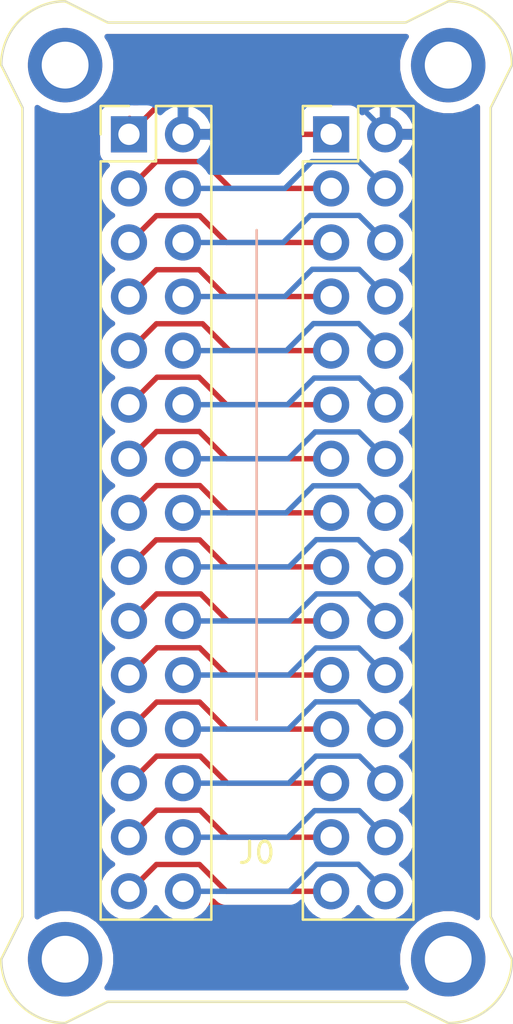
<source format=kicad_pcb>
(kicad_pcb (version 20171130) (host pcbnew "(5.1.6)-1")

  (general
    (thickness 1.6)
    (drawings 16)
    (tracks 124)
    (zones 0)
    (modules 1)
    (nets 31)
  )

  (page A4)
  (layers
    (0 F.Cu signal)
    (31 B.Cu signal)
    (32 B.Adhes user)
    (33 F.Adhes user)
    (34 B.Paste user)
    (35 F.Paste user)
    (36 B.SilkS user)
    (37 F.SilkS user)
    (38 B.Mask user)
    (39 F.Mask user)
    (40 Dwgs.User user)
    (41 Cmts.User user)
    (42 Eco1.User user)
    (43 Eco2.User user)
    (44 Edge.Cuts user)
    (45 Margin user)
    (46 B.CrtYd user)
    (47 F.CrtYd user)
    (48 B.Fab user)
    (49 F.Fab user)
  )

  (setup
    (last_trace_width 0.25)
    (user_trace_width 0.254)
    (trace_clearance 0.2)
    (zone_clearance 0.508)
    (zone_45_only no)
    (trace_min 0.2)
    (via_size 0.8)
    (via_drill 0.4)
    (via_min_size 0.4)
    (via_min_drill 0.3)
    (uvia_size 0.3)
    (uvia_drill 0.1)
    (uvias_allowed no)
    (uvia_min_size 0.2)
    (uvia_min_drill 0.1)
    (edge_width 0.05)
    (segment_width 0.2)
    (pcb_text_width 0.3)
    (pcb_text_size 1.5 1.5)
    (mod_edge_width 0.12)
    (mod_text_size 1 1)
    (mod_text_width 0.15)
    (pad_size 1.524 1.524)
    (pad_drill 0.762)
    (pad_to_mask_clearance 0.05)
    (aux_axis_origin 0 0)
    (visible_elements 7FFFFFFF)
    (pcbplotparams
      (layerselection 0x010fc_ffffffff)
      (usegerberextensions false)
      (usegerberattributes true)
      (usegerberadvancedattributes true)
      (creategerberjobfile true)
      (excludeedgelayer true)
      (linewidth 0.100000)
      (plotframeref false)
      (viasonmask false)
      (mode 1)
      (useauxorigin false)
      (hpglpennumber 1)
      (hpglpenspeed 20)
      (hpglpendiameter 15.000000)
      (psnegative false)
      (psa4output false)
      (plotreference true)
      (plotvalue true)
      (plotinvisibletext false)
      (padsonsilk false)
      (subtractmaskfromsilk false)
      (outputformat 1)
      (mirror false)
      (drillshape 1)
      (scaleselection 1)
      (outputdirectory ""))
  )

  (net 0 "")
  (net 1 VCC)
  (net 2 GND)
  (net 3 SDA)
  (net 4 row1)
  (net 5 RGB)
  (net 6 row3)
  (net 7 row0)
  (net 8 row4)
  (net 9 row2)
  (net 10 SCL)
  (net 11 LED)
  (net 12 row5)
  (net 13 col01)
  (net 14 col06)
  (net 15 col11)
  (net 16 col00)
  (net 17 col08)
  (net 18 col09)
  (net 19 row7)
  (net 20 col10)
  (net 21 rotB)
  (net 22 row6)
  (net 23 col04)
  (net 24 col13)
  (net 25 col03)
  (net 26 rotA)
  (net 27 col12)
  (net 28 col02)
  (net 29 col07)
  (net 30 col05)

  (net_class Default "This is the default net class."
    (clearance 0.2)
    (trace_width 0.25)
    (via_dia 0.8)
    (via_drill 0.4)
    (uvia_dia 0.3)
    (uvia_drill 0.1)
    (add_net GND)
    (add_net LED)
    (add_net RGB)
    (add_net SCL)
    (add_net SDA)
    (add_net VCC)
    (add_net col00)
    (add_net col01)
    (add_net col02)
    (add_net col03)
    (add_net col04)
    (add_net col05)
    (add_net col06)
    (add_net col07)
    (add_net col08)
    (add_net col09)
    (add_net col10)
    (add_net col11)
    (add_net col12)
    (add_net col13)
    (add_net rotA)
    (add_net rotB)
    (add_net row0)
    (add_net row1)
    (add_net row2)
    (add_net row3)
    (add_net row4)
    (add_net row5)
    (add_net row6)
    (add_net row7)
  )

  (module link:bridge_2x15_P2.54mm (layer F.Cu) (tedit 60206C56) (tstamp 60216375)
    (at 131.97 55)
    (path /60210ED7)
    (fp_text reference J0 (at 0 16) (layer F.SilkS)
      (effects (font (size 1 1) (thickness 0.15)))
    )
    (fp_text value Conn_02x15 (at -11 0 90) (layer F.Fab)
      (effects (font (size 1 1) (thickness 0.15)))
    )
    (fp_line (start -7 23) (end -9 24) (layer F.SilkS) (width 0.12))
    (fp_line (start 7 23) (end 9 24) (layer F.SilkS) (width 0.12))
    (fp_line (start -7 23) (end 7 23) (layer F.SilkS) (width 0.12))
    (fp_line (start 11 -19) (end 12 -21) (layer F.SilkS) (width 0.12))
    (fp_line (start 11 19) (end 12 21) (layer F.SilkS) (width 0.12))
    (fp_line (start 11 -19) (end 11 19) (layer F.SilkS) (width 0.12))
    (fp_line (start -12 -21) (end -11 -19) (layer F.SilkS) (width 0.12))
    (fp_line (start -11 19) (end -12 21) (layer F.SilkS) (width 0.12))
    (fp_line (start -11 -19) (end -11 19) (layer F.SilkS) (width 0.12))
    (fp_line (start -9 -24) (end -7 -23) (layer F.SilkS) (width 0.12))
    (fp_line (start 7 -23) (end 9 -24) (layer F.SilkS) (width 0.12))
    (fp_line (start -7 -23) (end 7 -23) (layer F.SilkS) (width 0.12))
    (fp_line (start -7.27 19.08) (end -7.27 -17.75) (layer F.Fab) (width 0.1))
    (fp_line (start -7.27 -17.75) (end -6 -19.02) (layer F.Fab) (width 0.1))
    (fp_line (start -2.19 19.08) (end -7.27 19.08) (layer F.Fab) (width 0.1))
    (fp_line (start -4.73 -16.48) (end -4.73 -19.08) (layer F.SilkS) (width 0.12))
    (fp_line (start -2.13 -19.08) (end -2.13 19.14) (layer F.SilkS) (width 0.12))
    (fp_line (start -7.33 19.14) (end -2.13 19.14) (layer F.SilkS) (width 0.12))
    (fp_line (start -1.65 -19.55) (end -7.8 -19.55) (layer F.CrtYd) (width 0.05))
    (fp_line (start -7.33 -19.08) (end -6 -19.08) (layer F.SilkS) (width 0.12))
    (fp_line (start -6 -19.02) (end -2.19 -19.02) (layer F.Fab) (width 0.1))
    (fp_line (start -1.65 19.6) (end -1.65 -19.55) (layer F.CrtYd) (width 0.05))
    (fp_line (start -7.33 -17.75) (end -7.33 -19.08) (layer F.SilkS) (width 0.12))
    (fp_line (start -7.33 -16.48) (end -7.33 19.14) (layer F.SilkS) (width 0.12))
    (fp_line (start -2.19 -19.02) (end -2.19 19.08) (layer F.Fab) (width 0.1))
    (fp_line (start -4.73 -19.08) (end -2.13 -19.08) (layer F.SilkS) (width 0.12))
    (fp_line (start -7.8 19.6) (end -1.65 19.6) (layer F.CrtYd) (width 0.05))
    (fp_line (start -7.8 -19.55) (end -7.8 19.6) (layer F.CrtYd) (width 0.05))
    (fp_line (start -7.33 -16.48) (end -4.73 -16.48) (layer F.SilkS) (width 0.12))
    (fp_line (start 1.7 19.6) (end 7.85 19.6) (layer F.CrtYd) (width 0.05))
    (fp_line (start 2.17 -16.48) (end 4.77 -16.48) (layer F.SilkS) (width 0.12))
    (fp_line (start 2.17 19.14) (end 7.37 19.14) (layer F.SilkS) (width 0.12))
    (fp_line (start 7.85 -19.55) (end 1.7 -19.55) (layer F.CrtYd) (width 0.05))
    (fp_line (start 2.23 -17.75) (end 3.5 -19.02) (layer F.Fab) (width 0.1))
    (fp_line (start 7.31 -19.02) (end 7.31 19.08) (layer F.Fab) (width 0.1))
    (fp_line (start 2.17 -19.08) (end 3.5 -19.08) (layer F.SilkS) (width 0.12))
    (fp_line (start 2.17 -17.75) (end 2.17 -19.08) (layer F.SilkS) (width 0.12))
    (fp_line (start 7.31 19.08) (end 2.23 19.08) (layer F.Fab) (width 0.1))
    (fp_line (start 2.17 -16.48) (end 2.17 19.14) (layer F.SilkS) (width 0.12))
    (fp_line (start 4.77 -16.48) (end 4.77 -19.08) (layer F.SilkS) (width 0.12))
    (fp_line (start 7.37 -19.08) (end 7.37 19.14) (layer F.SilkS) (width 0.12))
    (fp_line (start 2.23 19.08) (end 2.23 -17.75) (layer F.Fab) (width 0.1))
    (fp_line (start 7.85 19.6) (end 7.85 -19.55) (layer F.CrtYd) (width 0.05))
    (fp_line (start 3.5 -19.02) (end 7.31 -19.02) (layer F.Fab) (width 0.1))
    (fp_line (start 1.7 -19.55) (end 1.7 19.6) (layer F.CrtYd) (width 0.05))
    (fp_line (start 4.77 -19.08) (end 7.37 -19.08) (layer F.SilkS) (width 0.12))
    (fp_line (start 0 -13.25) (end 0 9.75) (layer F.SilkS) (width 0.12))
    (fp_line (start 0 -13.25) (end 0 9.75) (layer B.SilkS) (width 0.12))
    (fp_arc (start -9 -21) (end -9 -24) (angle -90) (layer F.SilkS) (width 0.12))
    (fp_arc (start -9 21) (end -12 21) (angle -90) (layer F.SilkS) (width 0.12))
    (fp_arc (start 9 21) (end 9 24) (angle -90) (layer F.SilkS) (width 0.12))
    (fp_arc (start 9 -21) (end 12 -21) (angle -90) (layer F.SilkS) (width 0.12))
    (fp_text user %R (at 0 16 180) (layer F.Fab)
      (effects (font (size 1 1) (thickness 0.15)))
    )
    (pad 6 thru_hole oval (at -6 -5.05) (size 1.7 1.7) (drill 1) (layers *.Cu *.Mask)
      (net 13 col01))
    (pad 11 thru_hole oval (at -6 7.65) (size 1.7 1.7) (drill 1) (layers *.Cu *.Mask)
      (net 14 col06))
    (pad 2 thru_hole oval (at -6 -15.21) (size 1.7 1.7) (drill 1) (layers *.Cu *.Mask)
      (net 11 LED))
    (pad 26 thru_hole oval (at -3.46 -7.59) (size 1.7 1.7) (drill 1) (layers *.Cu *.Mask)
      (net 7 row0))
    (pad 17 thru_hole oval (at -3.46 15.27) (size 1.7 1.7) (drill 1) (layers *.Cu *.Mask)
      (net 15 col11))
    (pad 5 thru_hole oval (at -6 -7.59) (size 1.7 1.7) (drill 1) (layers *.Cu *.Mask)
      (net 16 col00))
    (pad 13 thru_hole oval (at -6 12.73) (size 1.7 1.7) (drill 1) (layers *.Cu *.Mask)
      (net 17 col08))
    (pad 18 thru_hole oval (at -3.46 12.73) (size 1.7 1.7) (drill 1) (layers *.Cu *.Mask)
      (net 18 col09))
    (pad 1 thru_hole rect (at -6 -17.75) (size 1.7 1.7) (drill 1) (layers *.Cu *.Mask)
      (net 1 VCC))
    (pad 24 thru_hole oval (at -3.46 -2.51) (size 1.7 1.7) (drill 1) (layers *.Cu *.Mask)
      (net 9 row2))
    (pad 30 thru_hole oval (at -3.46 -17.75) (size 1.7 1.7) (drill 1) (layers *.Cu *.Mask)
      (net 2 GND))
    (pad 25 thru_hole oval (at -3.46 -5.05) (size 1.7 1.7) (drill 1) (layers *.Cu *.Mask)
      (net 4 row1))
    (pad 19 thru_hole oval (at -3.46 10.19) (size 1.7 1.7) (drill 1) (layers *.Cu *.Mask)
      (net 19 row7))
    (pad 14 thru_hole oval (at -6 15.27) (size 1.7 1.7) (drill 1) (layers *.Cu *.Mask)
      (net 20 col10))
    (pad 4 thru_hole oval (at -6 -10.13) (size 1.7 1.7) (drill 1) (layers *.Cu *.Mask)
      (net 21 rotB))
    (pad 23 thru_hole oval (at -3.46 0.03) (size 1.7 1.7) (drill 1) (layers *.Cu *.Mask)
      (net 6 row3))
    (pad 29 thru_hole oval (at -3.46 -15.21) (size 1.7 1.7) (drill 1) (layers *.Cu *.Mask)
      (net 5 RGB))
    (pad 22 thru_hole oval (at -3.46 2.57) (size 1.7 1.7) (drill 1) (layers *.Cu *.Mask)
      (net 8 row4))
    (pad 20 thru_hole oval (at -3.46 7.65) (size 1.7 1.7) (drill 1) (layers *.Cu *.Mask)
      (net 22 row6))
    (pad 9 thru_hole oval (at -6 2.57) (size 1.7 1.7) (drill 1) (layers *.Cu *.Mask)
      (net 23 col04))
    (pad 16 thru_hole oval (at -3.46 17.81) (size 1.7 1.7) (drill 1) (layers *.Cu *.Mask)
      (net 24 col13))
    (pad 21 thru_hole oval (at -3.46 5.11) (size 1.7 1.7) (drill 1) (layers *.Cu *.Mask)
      (net 12 row5))
    (pad 8 thru_hole oval (at -6 0.03) (size 1.7 1.7) (drill 1) (layers *.Cu *.Mask)
      (net 25 col03))
    (pad 27 thru_hole oval (at -3.46 -10.13) (size 1.7 1.7) (drill 1) (layers *.Cu *.Mask)
      (net 10 SCL))
    (pad 3 thru_hole oval (at -6 -12.67) (size 1.7 1.7) (drill 1) (layers *.Cu *.Mask)
      (net 26 rotA))
    (pad 15 thru_hole oval (at -6 17.81) (size 1.7 1.7) (drill 1) (layers *.Cu *.Mask)
      (net 27 col12))
    (pad 7 thru_hole oval (at -6 -2.51) (size 1.7 1.7) (drill 1) (layers *.Cu *.Mask)
      (net 28 col02))
    (pad 12 thru_hole oval (at -6 10.19) (size 1.7 1.7) (drill 1) (layers *.Cu *.Mask)
      (net 29 col07))
    (pad 10 thru_hole oval (at -6 5.11) (size 1.7 1.7) (drill 1) (layers *.Cu *.Mask)
      (net 30 col05))
    (pad 28 thru_hole oval (at -3.46 -12.67) (size 1.7 1.7) (drill 1) (layers *.Cu *.Mask)
      (net 3 SDA))
    (pad 1 thru_hole rect (at 3.5 -17.75) (size 1.7 1.7) (drill 1) (layers *.Cu *.Mask)
      (net 1 VCC))
    (pad 30 thru_hole oval (at 6.04 -17.75) (size 1.7 1.7) (drill 1) (layers *.Cu *.Mask)
      (net 2 GND))
    (pad 2 thru_hole oval (at 3.5 -15.21) (size 1.7 1.7) (drill 1) (layers *.Cu *.Mask)
      (net 11 LED))
    (pad 3 thru_hole oval (at 3.5 -12.67) (size 1.7 1.7) (drill 1) (layers *.Cu *.Mask)
      (net 26 rotA))
    (pad 28 thru_hole oval (at 6.04 -12.67) (size 1.7 1.7) (drill 1) (layers *.Cu *.Mask)
      (net 3 SDA))
    (pad 4 thru_hole oval (at 3.5 -10.13) (size 1.7 1.7) (drill 1) (layers *.Cu *.Mask)
      (net 21 rotB))
    (pad 7 thru_hole oval (at 3.5 -2.51) (size 1.7 1.7) (drill 1) (layers *.Cu *.Mask)
      (net 28 col02))
    (pad 27 thru_hole oval (at 6.04 -10.13) (size 1.7 1.7) (drill 1) (layers *.Cu *.Mask)
      (net 10 SCL))
    (pad 6 thru_hole oval (at 3.5 -5.05) (size 1.7 1.7) (drill 1) (layers *.Cu *.Mask)
      (net 13 col01))
    (pad 24 thru_hole oval (at 6.04 -2.51) (size 1.7 1.7) (drill 1) (layers *.Cu *.Mask)
      (net 9 row2))
    (pad 25 thru_hole oval (at 6.04 -5.05) (size 1.7 1.7) (drill 1) (layers *.Cu *.Mask)
      (net 4 row1))
    (pad 8 thru_hole oval (at 3.5 0.03) (size 1.7 1.7) (drill 1) (layers *.Cu *.Mask)
      (net 25 col03))
    (pad 29 thru_hole oval (at 6.04 -15.21) (size 1.7 1.7) (drill 1) (layers *.Cu *.Mask)
      (net 5 RGB))
    (pad 9 thru_hole oval (at 3.5 2.57) (size 1.7 1.7) (drill 1) (layers *.Cu *.Mask)
      (net 23 col04))
    (pad 22 thru_hole oval (at 6.04 2.57) (size 1.7 1.7) (drill 1) (layers *.Cu *.Mask)
      (net 8 row4))
    (pad 26 thru_hole oval (at 6.04 -7.59) (size 1.7 1.7) (drill 1) (layers *.Cu *.Mask)
      (net 7 row0))
    (pad 23 thru_hole oval (at 6.04 0.03) (size 1.7 1.7) (drill 1) (layers *.Cu *.Mask)
      (net 6 row3))
    (pad 10 thru_hole oval (at 3.5 5.11) (size 1.7 1.7) (drill 1) (layers *.Cu *.Mask)
      (net 30 col05))
    (pad 21 thru_hole oval (at 6.04 5.11) (size 1.7 1.7) (drill 1) (layers *.Cu *.Mask)
      (net 12 row5))
    (pad 11 thru_hole oval (at 3.5 7.65) (size 1.7 1.7) (drill 1) (layers *.Cu *.Mask)
      (net 14 col06))
    (pad 5 thru_hole oval (at 3.5 -7.59) (size 1.7 1.7) (drill 1) (layers *.Cu *.Mask)
      (net 16 col00))
    (pad 12 thru_hole oval (at 3.5 10.19) (size 1.7 1.7) (drill 1) (layers *.Cu *.Mask)
      (net 29 col07))
    (pad 20 thru_hole oval (at 6.04 7.65) (size 1.7 1.7) (drill 1) (layers *.Cu *.Mask)
      (net 22 row6))
    (pad 13 thru_hole oval (at 3.5 12.73) (size 1.7 1.7) (drill 1) (layers *.Cu *.Mask)
      (net 17 col08))
    (pad 16 thru_hole oval (at 6.04 17.81) (size 1.7 1.7) (drill 1) (layers *.Cu *.Mask)
      (net 24 col13))
    (pad 17 thru_hole oval (at 6.04 15.27) (size 1.7 1.7) (drill 1) (layers *.Cu *.Mask)
      (net 15 col11))
    (pad 18 thru_hole oval (at 6.04 12.73) (size 1.7 1.7) (drill 1) (layers *.Cu *.Mask)
      (net 18 col09))
    (pad 14 thru_hole oval (at 3.5 15.27) (size 1.7 1.7) (drill 1) (layers *.Cu *.Mask)
      (net 20 col10))
    (pad 19 thru_hole oval (at 6.04 10.19) (size 1.7 1.7) (drill 1) (layers *.Cu *.Mask)
      (net 19 row7))
    (pad 15 thru_hole oval (at 3.5 17.81) (size 1.7 1.7) (drill 1) (layers *.Cu *.Mask)
      (net 27 col12))
    (pad "" thru_hole circle (at 9 21) (size 3.5 3.5) (drill 2.2) (layers *.Cu *.Mask))
    (pad "" thru_hole circle (at -9 21) (size 3.5 3.5) (drill 2.2) (layers *.Cu *.Mask))
    (pad "" thru_hole circle (at 9 -21) (size 3.5 3.5) (drill 2.2) (layers *.Cu *.Mask))
    (pad "" thru_hole circle (at -9 -21) (size 3.5 3.5) (drill 2.2) (layers *.Cu *.Mask))
    (model ${KISYS3DMOD}/Connector_PinHeader_2.54mm.3dshapes/PinHeader_2x15_P2.54mm_Vertical.step
      (offset (xyz -6 17.8 0))
      (scale (xyz 1 1 1))
      (rotate (xyz 0 0 0))
    )
    (model ${KISYS3DMOD}/Connector_PinHeader_2.54mm.3dshapes/PinHeader_2x15_P2.54mm_Vertical.step
      (offset (xyz 3.5 17.8 0))
      (scale (xyz 1 1 1))
      (rotate (xyz 0 0 0))
    )
  )

  (gr_arc (start 123 76) (end 120 76) (angle -90) (layer Edge.Cuts) (width 0.05))
  (gr_arc (start 141 76) (end 141 79) (angle -90) (layer Edge.Cuts) (width 0.05))
  (gr_arc (start 141 34) (end 144 34) (angle -90) (layer Edge.Cuts) (width 0.05))
  (gr_arc (start 123 34) (end 123 31) (angle -90) (layer Edge.Cuts) (width 0.05))
  (gr_line (start 121 36) (end 120 34) (layer Edge.Cuts) (width 0.05))
  (gr_line (start 121 74) (end 121 36) (layer Edge.Cuts) (width 0.05))
  (gr_line (start 120 76) (end 121 74) (layer Edge.Cuts) (width 0.05))
  (gr_line (start 125 78) (end 123 79) (layer Edge.Cuts) (width 0.05))
  (gr_line (start 139 78) (end 125 78) (layer Edge.Cuts) (width 0.05))
  (gr_line (start 141 79) (end 139 78) (layer Edge.Cuts) (width 0.05))
  (gr_line (start 143 74) (end 144 76) (layer Edge.Cuts) (width 0.05))
  (gr_line (start 143 36) (end 143 74) (layer Edge.Cuts) (width 0.05))
  (gr_line (start 143 36) (end 144 34) (layer Edge.Cuts) (width 0.05))
  (gr_line (start 139 32) (end 141 31) (layer Edge.Cuts) (width 0.05))
  (gr_line (start 125 32) (end 139 32) (layer Edge.Cuts) (width 0.05))
  (gr_line (start 123 31) (end 125 32) (layer Edge.Cuts) (width 0.05))

  (segment (start 128.54 39.79) (end 128.54 39.21) (width 0.25) (layer B.Cu) (net 5))
  (segment (start 136.77 58.84) (end 138.04 60.11) (width 0.254) (layer B.Cu) (net 12))
  (segment (start 134.78 58.84) (end 136.77 58.84) (width 0.254) (layer B.Cu) (net 12))
  (segment (start 133.51 60.11) (end 134.78 58.84) (width 0.254) (layer B.Cu) (net 12))
  (segment (start 128.54 60.11) (end 133.51 60.11) (width 0.254) (layer B.Cu) (net 12))
  (segment (start 136.75 56.29) (end 138.03 57.57) (width 0.254) (layer B.Cu) (net 8))
  (segment (start 134.77 56.29) (end 136.75 56.29) (width 0.254) (layer B.Cu) (net 8))
  (segment (start 133.49 57.57) (end 134.77 56.29) (width 0.254) (layer B.Cu) (net 8))
  (segment (start 128.54 57.57) (end 133.49 57.57) (width 0.254) (layer B.Cu) (net 8))
  (segment (start 128.54 55.03) (end 133.36 55.03) (width 0.254) (layer B.Cu) (net 6))
  (segment (start 133.36 55.03) (end 134.63 53.76) (width 0.254) (layer B.Cu) (net 6))
  (segment (start 136.77 53.76) (end 138.04 55.03) (width 0.254) (layer B.Cu) (net 6))
  (segment (start 134.63 53.76) (end 136.77 53.76) (width 0.254) (layer B.Cu) (net 6))
  (segment (start 128.54 52.49) (end 133.46 52.49) (width 0.254) (layer B.Cu) (net 9))
  (segment (start 133.46 52.49) (end 134.72 51.23) (width 0.254) (layer B.Cu) (net 9))
  (segment (start 134.72 51.23) (end 136.78 51.23) (width 0.254) (layer B.Cu) (net 9))
  (segment (start 136.78 51.23) (end 138.04 52.49) (width 0.254) (layer B.Cu) (net 9))
  (segment (start 136.8 48.7) (end 138.04 49.94) (width 0.254) (layer B.Cu) (net 4))
  (segment (start 134.67 48.7) (end 136.8 48.7) (width 0.254) (layer B.Cu) (net 4))
  (segment (start 133.42 49.95) (end 134.67 48.7) (width 0.254) (layer B.Cu) (net 4))
  (segment (start 128.54 49.95) (end 133.42 49.95) (width 0.254) (layer B.Cu) (net 4))
  (segment (start 128.54 47.41) (end 133.37 47.41) (width 0.254) (layer B.Cu) (net 7))
  (segment (start 133.37 47.41) (end 134.64 46.14) (width 0.254) (layer B.Cu) (net 7))
  (segment (start 134.64 46.14) (end 136.77 46.14) (width 0.254) (layer B.Cu) (net 7))
  (segment (start 136.77 46.14) (end 138.04 47.41) (width 0.254) (layer B.Cu) (net 7))
  (segment (start 136.78 43.59) (end 138.05 44.86) (width 0.254) (layer B.Cu) (net 10))
  (segment (start 134.58 43.59) (end 136.78 43.59) (width 0.254) (layer B.Cu) (net 10))
  (segment (start 133.3 44.87) (end 134.58 43.59) (width 0.254) (layer B.Cu) (net 10))
  (segment (start 128.54 44.87) (end 133.3 44.87) (width 0.254) (layer B.Cu) (net 10))
  (segment (start 128.54 42.33) (end 133.22 42.33) (width 0.254) (layer B.Cu) (net 3))
  (segment (start 133.22 42.33) (end 134.49 41.06) (width 0.254) (layer B.Cu) (net 3))
  (segment (start 136.78 41.06) (end 138.05 42.33) (width 0.254) (layer B.Cu) (net 3))
  (segment (start 134.49 41.06) (end 136.78 41.06) (width 0.254) (layer B.Cu) (net 3))
  (segment (start 134.56 38.53) (end 136.77 38.53) (width 0.254) (layer B.Cu) (net 5))
  (segment (start 132.21 39.79) (end 133.3 39.79) (width 0.254) (layer B.Cu) (net 5))
  (segment (start 128.54 39.79) (end 132.21 39.79) (width 0.254) (layer B.Cu) (net 5))
  (segment (start 133.3 39.79) (end 134.56 38.53) (width 0.254) (layer B.Cu) (net 5))
  (segment (start 136.77 38.53) (end 138.04 39.8) (width 0.254) (layer B.Cu) (net 5))
  (segment (start 136.6 35.7) (end 138.06 37.16) (width 0.254) (layer B.Cu) (net 2))
  (segment (start 134.43 35.7) (end 136.6 35.7) (width 0.254) (layer B.Cu) (net 2))
  (segment (start 132.88 37.25) (end 134.43 35.7) (width 0.254) (layer B.Cu) (net 2))
  (segment (start 128.54 37.25) (end 132.88 37.25) (width 0.254) (layer B.Cu) (net 2))
  (segment (start 126 37.25) (end 126 37) (width 0.25) (layer F.Cu) (net 1))
  (segment (start 126 37.25) (end 126 36.5) (width 0.25) (layer F.Cu) (net 1))
  (segment (start 135.5 37.25) (end 130.93 37.25) (width 0.254) (layer F.Cu) (net 1))
  (segment (start 130.93 37.25) (end 129.37 35.69) (width 0.254) (layer F.Cu) (net 1))
  (segment (start 127.54 35.69) (end 125.99 37.24) (width 0.254) (layer F.Cu) (net 1))
  (segment (start 129.37 35.69) (end 127.54 35.69) (width 0.254) (layer F.Cu) (net 1))
  (segment (start 128.54 62.65) (end 133.48 62.65) (width 0.254) (layer B.Cu) (net 22))
  (segment (start 133.48 62.65) (end 134.75 61.38) (width 0.254) (layer B.Cu) (net 22))
  (segment (start 134.75 61.38) (end 136.77 61.38) (width 0.254) (layer B.Cu) (net 22))
  (segment (start 136.77 61.38) (end 138.04 62.65) (width 0.254) (layer B.Cu) (net 22))
  (segment (start 136.8 66.46) (end 138.06 67.72) (width 0.254) (layer B.Cu) (net 18))
  (segment (start 134.75 66.46) (end 136.8 66.46) (width 0.254) (layer B.Cu) (net 18))
  (segment (start 133.48 67.73) (end 134.75 66.46) (width 0.254) (layer B.Cu) (net 18))
  (segment (start 128.54 67.73) (end 133.48 67.73) (width 0.254) (layer B.Cu) (net 18))
  (segment (start 135.5 65.19) (end 130.56 65.19) (width 0.254) (layer F.Cu) (net 29))
  (segment (start 130.56 65.19) (end 129.29 63.92) (width 0.254) (layer F.Cu) (net 29))
  (segment (start 129.29 63.92) (end 127.27 63.92) (width 0.254) (layer F.Cu) (net 29))
  (segment (start 127.27 63.92) (end 126 65.19) (width 0.254) (layer F.Cu) (net 29))
  (segment (start 136.76 63.91) (end 138.04 65.19) (width 0.254) (layer B.Cu) (net 19))
  (segment (start 134.74 63.91) (end 136.76 63.91) (width 0.254) (layer B.Cu) (net 19))
  (segment (start 133.46 65.19) (end 134.74 63.91) (width 0.254) (layer B.Cu) (net 19))
  (segment (start 128.54 65.19) (end 133.46 65.19) (width 0.254) (layer B.Cu) (net 19))
  (segment (start 135.5 57.57) (end 130.56 57.57) (width 0.254) (layer F.Cu) (net 23))
  (segment (start 130.56 57.57) (end 129.29 56.3) (width 0.254) (layer F.Cu) (net 23))
  (segment (start 127.25 56.3) (end 125.98 57.57) (width 0.254) (layer F.Cu) (net 23))
  (segment (start 129.29 56.3) (end 127.25 56.3) (width 0.254) (layer F.Cu) (net 23))
  (segment (start 127.27 69) (end 126 70.27) (width 0.254) (layer F.Cu) (net 20))
  (segment (start 129.31 69) (end 127.27 69) (width 0.254) (layer F.Cu) (net 20))
  (segment (start 130.58 70.27) (end 129.31 69) (width 0.254) (layer F.Cu) (net 20))
  (segment (start 135.5 70.27) (end 130.58 70.27) (width 0.254) (layer F.Cu) (net 20))
  (segment (start 127.28 61.37) (end 126 62.65) (width 0.254) (layer F.Cu) (net 14))
  (segment (start 129.29 61.37) (end 127.28 61.37) (width 0.254) (layer F.Cu) (net 14))
  (segment (start 130.57 62.65) (end 129.29 61.37) (width 0.254) (layer F.Cu) (net 14))
  (segment (start 135.5 62.65) (end 130.57 62.65) (width 0.254) (layer F.Cu) (net 14))
  (segment (start 135.5 44.87) (end 130.53 44.87) (width 0.254) (layer F.Cu) (net 21))
  (segment (start 130.53 44.87) (end 129.27 43.61) (width 0.254) (layer F.Cu) (net 21))
  (segment (start 129.27 43.61) (end 127.26 43.61) (width 0.254) (layer F.Cu) (net 21))
  (segment (start 127.26 43.61) (end 126 44.87) (width 0.254) (layer F.Cu) (net 21))
  (segment (start 127.26 46.15) (end 126 47.41) (width 0.254) (layer F.Cu) (net 16))
  (segment (start 129.43 46.15) (end 127.26 46.15) (width 0.254) (layer F.Cu) (net 16))
  (segment (start 130.69 47.41) (end 129.43 46.15) (width 0.254) (layer F.Cu) (net 16))
  (segment (start 135.5 47.41) (end 130.69 47.41) (width 0.254) (layer F.Cu) (net 16))
  (segment (start 135.5 72.81) (end 130.54 72.81) (width 0.254) (layer F.Cu) (net 27))
  (segment (start 130.54 72.81) (end 129.28 71.55) (width 0.254) (layer F.Cu) (net 27))
  (segment (start 129.28 71.55) (end 127.26 71.55) (width 0.254) (layer F.Cu) (net 27))
  (segment (start 127.26 71.55) (end 126 72.81) (width 0.254) (layer F.Cu) (net 27))
  (segment (start 135.5 67.73) (end 130.59 67.73) (width 0.254) (layer F.Cu) (net 17))
  (segment (start 127.27 66.46) (end 126 67.73) (width 0.254) (layer F.Cu) (net 17))
  (segment (start 130.59 67.73) (end 129.32 66.46) (width 0.254) (layer F.Cu) (net 17))
  (segment (start 129.32 66.46) (end 127.27 66.46) (width 0.254) (layer F.Cu) (net 17))
  (segment (start 127.27 53.75) (end 126 55.02) (width 0.254) (layer F.Cu) (net 25))
  (segment (start 129.3 53.75) (end 127.27 53.75) (width 0.254) (layer F.Cu) (net 25))
  (segment (start 130.58 55.03) (end 129.3 53.75) (width 0.254) (layer F.Cu) (net 25))
  (segment (start 135.5 55.03) (end 130.58 55.03) (width 0.254) (layer F.Cu) (net 25))
  (segment (start 127.27 51.21) (end 125.99 52.49) (width 0.254) (layer F.Cu) (net 28))
  (segment (start 129.28 51.21) (end 127.27 51.21) (width 0.254) (layer F.Cu) (net 28))
  (segment (start 130.56 52.49) (end 129.28 51.21) (width 0.254) (layer F.Cu) (net 28))
  (segment (start 135.5 52.49) (end 130.56 52.49) (width 0.254) (layer F.Cu) (net 28))
  (segment (start 135.5 49.95) (end 130.55 49.95) (width 0.254) (layer F.Cu) (net 13))
  (segment (start 130.55 49.95) (end 129.26 48.66) (width 0.254) (layer F.Cu) (net 13))
  (segment (start 129.26 48.66) (end 127.29 48.66) (width 0.254) (layer F.Cu) (net 13))
  (segment (start 127.29 48.66) (end 126 49.95) (width 0.254) (layer F.Cu) (net 13))
  (segment (start 128.54 70.27) (end 133.44 70.27) (width 0.254) (layer B.Cu) (net 15))
  (segment (start 133.44 70.27) (end 134.69 69.02) (width 0.254) (layer B.Cu) (net 15))
  (segment (start 134.69 69.02) (end 136.79 69.02) (width 0.254) (layer B.Cu) (net 15))
  (segment (start 136.79 69.02) (end 138.04 70.27) (width 0.254) (layer B.Cu) (net 15))
  (segment (start 135.5 60.11) (end 130.61 60.11) (width 0.254) (layer F.Cu) (net 30))
  (segment (start 130.61 60.11) (end 129.34 58.84) (width 0.254) (layer F.Cu) (net 30))
  (segment (start 129.34 58.84) (end 127.27 58.84) (width 0.254) (layer F.Cu) (net 30))
  (segment (start 127.27 58.84) (end 126 60.11) (width 0.254) (layer F.Cu) (net 30))
  (segment (start 129.48 38.53) (end 127.25 38.53) (width 0.254) (layer F.Cu) (net 11))
  (segment (start 127.25 38.53) (end 125.98 39.8) (width 0.254) (layer F.Cu) (net 11))
  (segment (start 130.74 39.79) (end 129.48 38.53) (width 0.254) (layer F.Cu) (net 11))
  (segment (start 135.5 39.79) (end 130.74 39.79) (width 0.254) (layer F.Cu) (net 11))
  (segment (start 136.75 71.54) (end 138.03 72.82) (width 0.254) (layer B.Cu) (net 24))
  (segment (start 134.78 71.54) (end 136.75 71.54) (width 0.254) (layer B.Cu) (net 24))
  (segment (start 133.51 72.81) (end 134.78 71.54) (width 0.254) (layer B.Cu) (net 24))
  (segment (start 128.54 72.81) (end 133.51 72.81) (width 0.254) (layer B.Cu) (net 24))
  (segment (start 127.26 41.07) (end 126 42.33) (width 0.254) (layer F.Cu) (net 26))
  (segment (start 129.29 41.07) (end 127.26 41.07) (width 0.254) (layer F.Cu) (net 26))
  (segment (start 130.55 42.33) (end 129.29 41.07) (width 0.254) (layer F.Cu) (net 26))
  (segment (start 135.5 42.33) (end 130.55 42.33) (width 0.254) (layer F.Cu) (net 26))

  (zone (net 2) (net_name GND) (layer F.Cu) (tstamp 0) (hatch edge 0.508)
    (connect_pads (clearance 0.508))
    (min_thickness 0.254)
    (fill yes (arc_segments 32) (thermal_gap 0.508) (thermal_bridge_width 0.508))
    (polygon
      (pts
        (xy 144 79) (xy 120 79) (xy 120 31) (xy 144 31)
      )
    )
    (filled_polygon
      (pts
        (xy 124.952987 32.661524) (xy 125.008951 32.66) (xy 138.991048 32.66) (xy 138.996839 32.660158) (xy 138.85644 32.870279)
        (xy 138.676654 33.304321) (xy 138.585 33.765098) (xy 138.585 34.234902) (xy 138.676654 34.695679) (xy 138.85644 35.129721)
        (xy 139.11745 35.520349) (xy 139.449651 35.85255) (xy 139.840279 36.11356) (xy 140.274321 36.293346) (xy 140.735098 36.385)
        (xy 141.204902 36.385) (xy 141.665679 36.293346) (xy 142.099721 36.11356) (xy 142.338504 35.95401) (xy 142.34 36.008952)
        (xy 142.340001 73.991011) (xy 142.338504 74.04599) (xy 142.099721 73.88644) (xy 141.665679 73.706654) (xy 141.204902 73.615)
        (xy 140.735098 73.615) (xy 140.274321 73.706654) (xy 139.840279 73.88644) (xy 139.449651 74.14745) (xy 139.11745 74.479651)
        (xy 138.85644 74.870279) (xy 138.676654 75.304321) (xy 138.585 75.765098) (xy 138.585 76.234902) (xy 138.676654 76.695679)
        (xy 138.85644 77.129721) (xy 138.996839 77.339842) (xy 138.991048 77.34) (xy 125.008951 77.34) (xy 124.952987 77.338476)
        (xy 124.942926 77.340194) (xy 125.08356 77.129721) (xy 125.263346 76.695679) (xy 125.355 76.234902) (xy 125.355 75.765098)
        (xy 125.263346 75.304321) (xy 125.08356 74.870279) (xy 124.82255 74.479651) (xy 124.490349 74.14745) (xy 124.099721 73.88644)
        (xy 123.665679 73.706654) (xy 123.204902 73.615) (xy 122.735098 73.615) (xy 122.274321 73.706654) (xy 121.840279 73.88644)
        (xy 121.660424 74.006616) (xy 121.66 73.991049) (xy 121.66 36.4) (xy 124.481928 36.4) (xy 124.481928 38.1)
        (xy 124.494188 38.224482) (xy 124.530498 38.34418) (xy 124.589463 38.454494) (xy 124.668815 38.551185) (xy 124.765506 38.630537)
        (xy 124.87582 38.689502) (xy 124.94838 38.711513) (xy 124.816525 38.843368) (xy 124.65401 39.086589) (xy 124.542068 39.356842)
        (xy 124.485 39.64374) (xy 124.485 39.93626) (xy 124.542068 40.223158) (xy 124.65401 40.493411) (xy 124.816525 40.736632)
        (xy 125.023368 40.943475) (xy 125.19776 41.06) (xy 125.023368 41.176525) (xy 124.816525 41.383368) (xy 124.65401 41.626589)
        (xy 124.542068 41.896842) (xy 124.485 42.18374) (xy 124.485 42.47626) (xy 124.542068 42.763158) (xy 124.65401 43.033411)
        (xy 124.816525 43.276632) (xy 125.023368 43.483475) (xy 125.19776 43.6) (xy 125.023368 43.716525) (xy 124.816525 43.923368)
        (xy 124.65401 44.166589) (xy 124.542068 44.436842) (xy 124.485 44.72374) (xy 124.485 45.01626) (xy 124.542068 45.303158)
        (xy 124.65401 45.573411) (xy 124.816525 45.816632) (xy 125.023368 46.023475) (xy 125.19776 46.14) (xy 125.023368 46.256525)
        (xy 124.816525 46.463368) (xy 124.65401 46.706589) (xy 124.542068 46.976842) (xy 124.485 47.26374) (xy 124.485 47.55626)
        (xy 124.542068 47.843158) (xy 124.65401 48.113411) (xy 124.816525 48.356632) (xy 125.023368 48.563475) (xy 125.19776 48.68)
        (xy 125.023368 48.796525) (xy 124.816525 49.003368) (xy 124.65401 49.246589) (xy 124.542068 49.516842) (xy 124.485 49.80374)
        (xy 124.485 50.09626) (xy 124.542068 50.383158) (xy 124.65401 50.653411) (xy 124.816525 50.896632) (xy 125.023368 51.103475)
        (xy 125.19776 51.22) (xy 125.023368 51.336525) (xy 124.816525 51.543368) (xy 124.65401 51.786589) (xy 124.542068 52.056842)
        (xy 124.485 52.34374) (xy 124.485 52.63626) (xy 124.542068 52.923158) (xy 124.65401 53.193411) (xy 124.816525 53.436632)
        (xy 125.023368 53.643475) (xy 125.19776 53.76) (xy 125.023368 53.876525) (xy 124.816525 54.083368) (xy 124.65401 54.326589)
        (xy 124.542068 54.596842) (xy 124.485 54.88374) (xy 124.485 55.17626) (xy 124.542068 55.463158) (xy 124.65401 55.733411)
        (xy 124.816525 55.976632) (xy 125.023368 56.183475) (xy 125.19776 56.3) (xy 125.023368 56.416525) (xy 124.816525 56.623368)
        (xy 124.65401 56.866589) (xy 124.542068 57.136842) (xy 124.485 57.42374) (xy 124.485 57.71626) (xy 124.542068 58.003158)
        (xy 124.65401 58.273411) (xy 124.816525 58.516632) (xy 125.023368 58.723475) (xy 125.19776 58.84) (xy 125.023368 58.956525)
        (xy 124.816525 59.163368) (xy 124.65401 59.406589) (xy 124.542068 59.676842) (xy 124.485 59.96374) (xy 124.485 60.25626)
        (xy 124.542068 60.543158) (xy 124.65401 60.813411) (xy 124.816525 61.056632) (xy 125.023368 61.263475) (xy 125.19776 61.38)
        (xy 125.023368 61.496525) (xy 124.816525 61.703368) (xy 124.65401 61.946589) (xy 124.542068 62.216842) (xy 124.485 62.50374)
        (xy 124.485 62.79626) (xy 124.542068 63.083158) (xy 124.65401 63.353411) (xy 124.816525 63.596632) (xy 125.023368 63.803475)
        (xy 125.19776 63.92) (xy 125.023368 64.036525) (xy 124.816525 64.243368) (xy 124.65401 64.486589) (xy 124.542068 64.756842)
        (xy 124.485 65.04374) (xy 124.485 65.33626) (xy 124.542068 65.623158) (xy 124.65401 65.893411) (xy 124.816525 66.136632)
        (xy 125.023368 66.343475) (xy 125.19776 66.46) (xy 125.023368 66.576525) (xy 124.816525 66.783368) (xy 124.65401 67.026589)
        (xy 124.542068 67.296842) (xy 124.485 67.58374) (xy 124.485 67.87626) (xy 124.542068 68.163158) (xy 124.65401 68.433411)
        (xy 124.816525 68.676632) (xy 125.023368 68.883475) (xy 125.19776 69) (xy 125.023368 69.116525) (xy 124.816525 69.323368)
        (xy 124.65401 69.566589) (xy 124.542068 69.836842) (xy 124.485 70.12374) (xy 124.485 70.41626) (xy 124.542068 70.703158)
        (xy 124.65401 70.973411) (xy 124.816525 71.216632) (xy 125.023368 71.423475) (xy 125.19776 71.54) (xy 125.023368 71.656525)
        (xy 124.816525 71.863368) (xy 124.65401 72.106589) (xy 124.542068 72.376842) (xy 124.485 72.66374) (xy 124.485 72.95626)
        (xy 124.542068 73.243158) (xy 124.65401 73.513411) (xy 124.816525 73.756632) (xy 125.023368 73.963475) (xy 125.266589 74.12599)
        (xy 125.536842 74.237932) (xy 125.82374 74.295) (xy 126.11626 74.295) (xy 126.403158 74.237932) (xy 126.673411 74.12599)
        (xy 126.916632 73.963475) (xy 127.123475 73.756632) (xy 127.24 73.58224) (xy 127.356525 73.756632) (xy 127.563368 73.963475)
        (xy 127.806589 74.12599) (xy 128.076842 74.237932) (xy 128.36374 74.295) (xy 128.65626 74.295) (xy 128.943158 74.237932)
        (xy 129.213411 74.12599) (xy 129.456632 73.963475) (xy 129.663475 73.756632) (xy 129.82599 73.513411) (xy 129.925512 73.273143)
        (xy 129.974721 73.322352) (xy 129.998578 73.351422) (xy 130.114608 73.446645) (xy 130.246985 73.517402) (xy 130.390622 73.560974)
        (xy 130.502574 73.572) (xy 130.502576 73.572) (xy 130.539999 73.575686) (xy 130.577422 73.572) (xy 134.193158 73.572)
        (xy 134.316525 73.756632) (xy 134.523368 73.963475) (xy 134.766589 74.12599) (xy 135.036842 74.237932) (xy 135.32374 74.295)
        (xy 135.61626 74.295) (xy 135.903158 74.237932) (xy 136.173411 74.12599) (xy 136.416632 73.963475) (xy 136.623475 73.756632)
        (xy 136.74 73.58224) (xy 136.856525 73.756632) (xy 137.063368 73.963475) (xy 137.306589 74.12599) (xy 137.576842 74.237932)
        (xy 137.86374 74.295) (xy 138.15626 74.295) (xy 138.443158 74.237932) (xy 138.713411 74.12599) (xy 138.956632 73.963475)
        (xy 139.163475 73.756632) (xy 139.32599 73.513411) (xy 139.437932 73.243158) (xy 139.495 72.95626) (xy 139.495 72.66374)
        (xy 139.437932 72.376842) (xy 139.32599 72.106589) (xy 139.163475 71.863368) (xy 138.956632 71.656525) (xy 138.78224 71.54)
        (xy 138.956632 71.423475) (xy 139.163475 71.216632) (xy 139.32599 70.973411) (xy 139.437932 70.703158) (xy 139.495 70.41626)
        (xy 139.495 70.12374) (xy 139.437932 69.836842) (xy 139.32599 69.566589) (xy 139.163475 69.323368) (xy 138.956632 69.116525)
        (xy 138.78224 69) (xy 138.956632 68.883475) (xy 139.163475 68.676632) (xy 139.32599 68.433411) (xy 139.437932 68.163158)
        (xy 139.495 67.87626) (xy 139.495 67.58374) (xy 139.437932 67.296842) (xy 139.32599 67.026589) (xy 139.163475 66.783368)
        (xy 138.956632 66.576525) (xy 138.78224 66.46) (xy 138.956632 66.343475) (xy 139.163475 66.136632) (xy 139.32599 65.893411)
        (xy 139.437932 65.623158) (xy 139.495 65.33626) (xy 139.495 65.04374) (xy 139.437932 64.756842) (xy 139.32599 64.486589)
        (xy 139.163475 64.243368) (xy 138.956632 64.036525) (xy 138.78224 63.92) (xy 138.956632 63.803475) (xy 139.163475 63.596632)
        (xy 139.32599 63.353411) (xy 139.437932 63.083158) (xy 139.495 62.79626) (xy 139.495 62.50374) (xy 139.437932 62.216842)
        (xy 139.32599 61.946589) (xy 139.163475 61.703368) (xy 138.956632 61.496525) (xy 138.78224 61.38) (xy 138.956632 61.263475)
        (xy 139.163475 61.056632) (xy 139.32599 60.813411) (xy 139.437932 60.543158) (xy 139.495 60.25626) (xy 139.495 59.96374)
        (xy 139.437932 59.676842) (xy 139.32599 59.406589) (xy 139.163475 59.163368) (xy 138.956632 58.956525) (xy 138.78224 58.84)
        (xy 138.956632 58.723475) (xy 139.163475 58.516632) (xy 139.32599 58.273411) (xy 139.437932 58.003158) (xy 139.495 57.71626)
        (xy 139.495 57.42374) (xy 139.437932 57.136842) (xy 139.32599 56.866589) (xy 139.163475 56.623368) (xy 138.956632 56.416525)
        (xy 138.78224 56.3) (xy 138.956632 56.183475) (xy 139.163475 55.976632) (xy 139.32599 55.733411) (xy 139.437932 55.463158)
        (xy 139.495 55.17626) (xy 139.495 54.88374) (xy 139.437932 54.596842) (xy 139.32599 54.326589) (xy 139.163475 54.083368)
        (xy 138.956632 53.876525) (xy 138.78224 53.76) (xy 138.956632 53.643475) (xy 139.163475 53.436632) (xy 139.32599 53.193411)
        (xy 139.437932 52.923158) (xy 139.495 52.63626) (xy 139.495 52.34374) (xy 139.437932 52.056842) (xy 139.32599 51.786589)
        (xy 139.163475 51.543368) (xy 138.956632 51.336525) (xy 138.78224 51.22) (xy 138.956632 51.103475) (xy 139.163475 50.896632)
        (xy 139.32599 50.653411) (xy 139.437932 50.383158) (xy 139.495 50.09626) (xy 139.495 49.80374) (xy 139.437932 49.516842)
        (xy 139.32599 49.246589) (xy 139.163475 49.003368) (xy 138.956632 48.796525) (xy 138.78224 48.68) (xy 138.956632 48.563475)
        (xy 139.163475 48.356632) (xy 139.32599 48.113411) (xy 139.437932 47.843158) (xy 139.495 47.55626) (xy 139.495 47.26374)
        (xy 139.437932 46.976842) (xy 139.32599 46.706589) (xy 139.163475 46.463368) (xy 138.956632 46.256525) (xy 138.78224 46.14)
        (xy 138.956632 46.023475) (xy 139.163475 45.816632) (xy 139.32599 45.573411) (xy 139.437932 45.303158) (xy 139.495 45.01626)
        (xy 139.495 44.72374) (xy 139.437932 44.436842) (xy 139.32599 44.166589) (xy 139.163475 43.923368) (xy 138.956632 43.716525)
        (xy 138.78224 43.6) (xy 138.956632 43.483475) (xy 139.163475 43.276632) (xy 139.32599 43.033411) (xy 139.437932 42.763158)
        (xy 139.495 42.47626) (xy 139.495 42.18374) (xy 139.437932 41.896842) (xy 139.32599 41.626589) (xy 139.163475 41.383368)
        (xy 138.956632 41.176525) (xy 138.78224 41.06) (xy 138.956632 40.943475) (xy 139.163475 40.736632) (xy 139.32599 40.493411)
        (xy 139.437932 40.223158) (xy 139.495 39.93626) (xy 139.495 39.64374) (xy 139.437932 39.356842) (xy 139.32599 39.086589)
        (xy 139.163475 38.843368) (xy 138.956632 38.636525) (xy 138.774466 38.514805) (xy 138.891355 38.445178) (xy 139.107588 38.250269)
        (xy 139.281641 38.01692) (xy 139.406825 37.754099) (xy 139.451476 37.60689) (xy 139.330155 37.377) (xy 138.137 37.377)
        (xy 138.137 37.397) (xy 137.883 37.397) (xy 137.883 37.377) (xy 137.863 37.377) (xy 137.863 37.123)
        (xy 137.883 37.123) (xy 137.883 35.929186) (xy 138.137 35.929186) (xy 138.137 37.123) (xy 139.330155 37.123)
        (xy 139.451476 36.89311) (xy 139.406825 36.745901) (xy 139.281641 36.48308) (xy 139.107588 36.249731) (xy 138.891355 36.054822)
        (xy 138.641252 35.905843) (xy 138.366891 35.808519) (xy 138.137 35.929186) (xy 137.883 35.929186) (xy 137.653109 35.808519)
        (xy 137.378748 35.905843) (xy 137.128645 36.054822) (xy 136.932498 36.231626) (xy 136.909502 36.15582) (xy 136.850537 36.045506)
        (xy 136.771185 35.948815) (xy 136.674494 35.869463) (xy 136.56418 35.810498) (xy 136.444482 35.774188) (xy 136.32 35.761928)
        (xy 134.62 35.761928) (xy 134.495518 35.774188) (xy 134.37582 35.810498) (xy 134.265506 35.869463) (xy 134.168815 35.948815)
        (xy 134.089463 36.045506) (xy 134.030498 36.15582) (xy 133.994188 36.275518) (xy 133.981928 36.4) (xy 133.981928 36.488)
        (xy 131.245631 36.488) (xy 129.935284 35.177654) (xy 129.911422 35.148578) (xy 129.795392 35.053355) (xy 129.663015 34.982598)
        (xy 129.519378 34.939026) (xy 129.407426 34.928) (xy 129.407423 34.928) (xy 129.37 34.924314) (xy 129.332577 34.928)
        (xy 127.577422 34.928) (xy 127.539999 34.924314) (xy 127.502576 34.928) (xy 127.502574 34.928) (xy 127.390622 34.939026)
        (xy 127.246985 34.982598) (xy 127.114608 35.053355) (xy 126.998578 35.148578) (xy 126.974721 35.177648) (xy 126.390441 35.761928)
        (xy 126.185021 35.761928) (xy 126.148986 35.750997) (xy 126 35.736323) (xy 125.851015 35.750997) (xy 125.81498 35.761928)
        (xy 125.12 35.761928) (xy 124.995518 35.774188) (xy 124.87582 35.810498) (xy 124.765506 35.869463) (xy 124.668815 35.948815)
        (xy 124.589463 36.045506) (xy 124.530498 36.15582) (xy 124.494188 36.275518) (xy 124.481928 36.4) (xy 121.66 36.4)
        (xy 121.66 36.008951) (xy 121.660424 35.993384) (xy 121.840279 36.11356) (xy 122.274321 36.293346) (xy 122.735098 36.385)
        (xy 123.204902 36.385) (xy 123.665679 36.293346) (xy 124.099721 36.11356) (xy 124.490349 35.85255) (xy 124.82255 35.520349)
        (xy 125.08356 35.129721) (xy 125.263346 34.695679) (xy 125.355 34.234902) (xy 125.355 33.765098) (xy 125.263346 33.304321)
        (xy 125.08356 32.870279) (xy 124.942926 32.659806)
      )
    )
    (filled_polygon
      (pts
        (xy 128.637 37.123) (xy 128.657 37.123) (xy 128.657 37.377) (xy 128.637 37.377) (xy 128.637 37.397)
        (xy 128.383 37.397) (xy 128.383 37.377) (xy 128.363 37.377) (xy 128.363 37.123) (xy 128.383 37.123)
        (xy 128.383 37.103) (xy 128.637 37.103)
      )
    )
  )
  (zone (net 2) (net_name GND) (layer B.Cu) (tstamp 0) (hatch edge 0.508)
    (connect_pads (clearance 0.508))
    (min_thickness 0.254)
    (fill yes (arc_segments 32) (thermal_gap 0.508) (thermal_bridge_width 0.508))
    (polygon
      (pts
        (xy 144 79) (xy 120 79) (xy 120 31) (xy 144 31)
      )
    )
    (filled_polygon
      (pts
        (xy 124.952987 32.661524) (xy 125.008951 32.66) (xy 138.991048 32.66) (xy 138.996839 32.660158) (xy 138.85644 32.870279)
        (xy 138.676654 33.304321) (xy 138.585 33.765098) (xy 138.585 34.234902) (xy 138.676654 34.695679) (xy 138.85644 35.129721)
        (xy 139.11745 35.520349) (xy 139.449651 35.85255) (xy 139.840279 36.11356) (xy 140.274321 36.293346) (xy 140.735098 36.385)
        (xy 141.204902 36.385) (xy 141.665679 36.293346) (xy 142.099721 36.11356) (xy 142.338504 35.95401) (xy 142.34 36.008952)
        (xy 142.340001 73.991011) (xy 142.338504 74.04599) (xy 142.099721 73.88644) (xy 141.665679 73.706654) (xy 141.204902 73.615)
        (xy 140.735098 73.615) (xy 140.274321 73.706654) (xy 139.840279 73.88644) (xy 139.449651 74.14745) (xy 139.11745 74.479651)
        (xy 138.85644 74.870279) (xy 138.676654 75.304321) (xy 138.585 75.765098) (xy 138.585 76.234902) (xy 138.676654 76.695679)
        (xy 138.85644 77.129721) (xy 138.996839 77.339842) (xy 138.991048 77.34) (xy 125.008951 77.34) (xy 124.952987 77.338476)
        (xy 124.942926 77.340194) (xy 125.08356 77.129721) (xy 125.263346 76.695679) (xy 125.355 76.234902) (xy 125.355 75.765098)
        (xy 125.263346 75.304321) (xy 125.08356 74.870279) (xy 124.82255 74.479651) (xy 124.490349 74.14745) (xy 124.099721 73.88644)
        (xy 123.665679 73.706654) (xy 123.204902 73.615) (xy 122.735098 73.615) (xy 122.274321 73.706654) (xy 121.840279 73.88644)
        (xy 121.660424 74.006616) (xy 121.66 73.991049) (xy 121.66 36.4) (xy 124.481928 36.4) (xy 124.481928 38.1)
        (xy 124.494188 38.224482) (xy 124.530498 38.34418) (xy 124.589463 38.454494) (xy 124.668815 38.551185) (xy 124.765506 38.630537)
        (xy 124.87582 38.689502) (xy 124.94838 38.711513) (xy 124.816525 38.843368) (xy 124.65401 39.086589) (xy 124.542068 39.356842)
        (xy 124.485 39.64374) (xy 124.485 39.93626) (xy 124.542068 40.223158) (xy 124.65401 40.493411) (xy 124.816525 40.736632)
        (xy 125.023368 40.943475) (xy 125.19776 41.06) (xy 125.023368 41.176525) (xy 124.816525 41.383368) (xy 124.65401 41.626589)
        (xy 124.542068 41.896842) (xy 124.485 42.18374) (xy 124.485 42.47626) (xy 124.542068 42.763158) (xy 124.65401 43.033411)
        (xy 124.816525 43.276632) (xy 125.023368 43.483475) (xy 125.19776 43.6) (xy 125.023368 43.716525) (xy 124.816525 43.923368)
        (xy 124.65401 44.166589) (xy 124.542068 44.436842) (xy 124.485 44.72374) (xy 124.485 45.01626) (xy 124.542068 45.303158)
        (xy 124.65401 45.573411) (xy 124.816525 45.816632) (xy 125.023368 46.023475) (xy 125.19776 46.14) (xy 125.023368 46.256525)
        (xy 124.816525 46.463368) (xy 124.65401 46.706589) (xy 124.542068 46.976842) (xy 124.485 47.26374) (xy 124.485 47.55626)
        (xy 124.542068 47.843158) (xy 124.65401 48.113411) (xy 124.816525 48.356632) (xy 125.023368 48.563475) (xy 125.19776 48.68)
        (xy 125.023368 48.796525) (xy 124.816525 49.003368) (xy 124.65401 49.246589) (xy 124.542068 49.516842) (xy 124.485 49.80374)
        (xy 124.485 50.09626) (xy 124.542068 50.383158) (xy 124.65401 50.653411) (xy 124.816525 50.896632) (xy 125.023368 51.103475)
        (xy 125.19776 51.22) (xy 125.023368 51.336525) (xy 124.816525 51.543368) (xy 124.65401 51.786589) (xy 124.542068 52.056842)
        (xy 124.485 52.34374) (xy 124.485 52.63626) (xy 124.542068 52.923158) (xy 124.65401 53.193411) (xy 124.816525 53.436632)
        (xy 125.023368 53.643475) (xy 125.19776 53.76) (xy 125.023368 53.876525) (xy 124.816525 54.083368) (xy 124.65401 54.326589)
        (xy 124.542068 54.596842) (xy 124.485 54.88374) (xy 124.485 55.17626) (xy 124.542068 55.463158) (xy 124.65401 55.733411)
        (xy 124.816525 55.976632) (xy 125.023368 56.183475) (xy 125.19776 56.3) (xy 125.023368 56.416525) (xy 124.816525 56.623368)
        (xy 124.65401 56.866589) (xy 124.542068 57.136842) (xy 124.485 57.42374) (xy 124.485 57.71626) (xy 124.542068 58.003158)
        (xy 124.65401 58.273411) (xy 124.816525 58.516632) (xy 125.023368 58.723475) (xy 125.19776 58.84) (xy 125.023368 58.956525)
        (xy 124.816525 59.163368) (xy 124.65401 59.406589) (xy 124.542068 59.676842) (xy 124.485 59.96374) (xy 124.485 60.25626)
        (xy 124.542068 60.543158) (xy 124.65401 60.813411) (xy 124.816525 61.056632) (xy 125.023368 61.263475) (xy 125.19776 61.38)
        (xy 125.023368 61.496525) (xy 124.816525 61.703368) (xy 124.65401 61.946589) (xy 124.542068 62.216842) (xy 124.485 62.50374)
        (xy 124.485 62.79626) (xy 124.542068 63.083158) (xy 124.65401 63.353411) (xy 124.816525 63.596632) (xy 125.023368 63.803475)
        (xy 125.19776 63.92) (xy 125.023368 64.036525) (xy 124.816525 64.243368) (xy 124.65401 64.486589) (xy 124.542068 64.756842)
        (xy 124.485 65.04374) (xy 124.485 65.33626) (xy 124.542068 65.623158) (xy 124.65401 65.893411) (xy 124.816525 66.136632)
        (xy 125.023368 66.343475) (xy 125.19776 66.46) (xy 125.023368 66.576525) (xy 124.816525 66.783368) (xy 124.65401 67.026589)
        (xy 124.542068 67.296842) (xy 124.485 67.58374) (xy 124.485 67.87626) (xy 124.542068 68.163158) (xy 124.65401 68.433411)
        (xy 124.816525 68.676632) (xy 125.023368 68.883475) (xy 125.19776 69) (xy 125.023368 69.116525) (xy 124.816525 69.323368)
        (xy 124.65401 69.566589) (xy 124.542068 69.836842) (xy 124.485 70.12374) (xy 124.485 70.41626) (xy 124.542068 70.703158)
        (xy 124.65401 70.973411) (xy 124.816525 71.216632) (xy 125.023368 71.423475) (xy 125.19776 71.54) (xy 125.023368 71.656525)
        (xy 124.816525 71.863368) (xy 124.65401 72.106589) (xy 124.542068 72.376842) (xy 124.485 72.66374) (xy 124.485 72.95626)
        (xy 124.542068 73.243158) (xy 124.65401 73.513411) (xy 124.816525 73.756632) (xy 125.023368 73.963475) (xy 125.266589 74.12599)
        (xy 125.536842 74.237932) (xy 125.82374 74.295) (xy 126.11626 74.295) (xy 126.403158 74.237932) (xy 126.673411 74.12599)
        (xy 126.916632 73.963475) (xy 127.123475 73.756632) (xy 127.24 73.58224) (xy 127.356525 73.756632) (xy 127.563368 73.963475)
        (xy 127.806589 74.12599) (xy 128.076842 74.237932) (xy 128.36374 74.295) (xy 128.65626 74.295) (xy 128.943158 74.237932)
        (xy 129.213411 74.12599) (xy 129.456632 73.963475) (xy 129.663475 73.756632) (xy 129.786842 73.572) (xy 133.472577 73.572)
        (xy 133.51 73.575686) (xy 133.547423 73.572) (xy 133.547426 73.572) (xy 133.659378 73.560974) (xy 133.803015 73.517402)
        (xy 133.935392 73.446645) (xy 134.051422 73.351422) (xy 134.075008 73.322682) (xy 134.15401 73.513411) (xy 134.316525 73.756632)
        (xy 134.523368 73.963475) (xy 134.766589 74.12599) (xy 135.036842 74.237932) (xy 135.32374 74.295) (xy 135.61626 74.295)
        (xy 135.903158 74.237932) (xy 136.173411 74.12599) (xy 136.416632 73.963475) (xy 136.623475 73.756632) (xy 136.74 73.58224)
        (xy 136.856525 73.756632) (xy 137.063368 73.963475) (xy 137.306589 74.12599) (xy 137.576842 74.237932) (xy 137.86374 74.295)
        (xy 138.15626 74.295) (xy 138.443158 74.237932) (xy 138.713411 74.12599) (xy 138.956632 73.963475) (xy 139.163475 73.756632)
        (xy 139.32599 73.513411) (xy 139.437932 73.243158) (xy 139.495 72.95626) (xy 139.495 72.66374) (xy 139.437932 72.376842)
        (xy 139.32599 72.106589) (xy 139.163475 71.863368) (xy 138.956632 71.656525) (xy 138.78224 71.54) (xy 138.956632 71.423475)
        (xy 139.163475 71.216632) (xy 139.32599 70.973411) (xy 139.437932 70.703158) (xy 139.495 70.41626) (xy 139.495 70.12374)
        (xy 139.437932 69.836842) (xy 139.32599 69.566589) (xy 139.163475 69.323368) (xy 138.956632 69.116525) (xy 138.78224 69)
        (xy 138.956632 68.883475) (xy 139.163475 68.676632) (xy 139.32599 68.433411) (xy 139.437932 68.163158) (xy 139.495 67.87626)
        (xy 139.495 67.58374) (xy 139.437932 67.296842) (xy 139.32599 67.026589) (xy 139.163475 66.783368) (xy 138.956632 66.576525)
        (xy 138.78224 66.46) (xy 138.956632 66.343475) (xy 139.163475 66.136632) (xy 139.32599 65.893411) (xy 139.437932 65.623158)
        (xy 139.495 65.33626) (xy 139.495 65.04374) (xy 139.437932 64.756842) (xy 139.32599 64.486589) (xy 139.163475 64.243368)
        (xy 138.956632 64.036525) (xy 138.78224 63.92) (xy 138.956632 63.803475) (xy 139.163475 63.596632) (xy 139.32599 63.353411)
        (xy 139.437932 63.083158) (xy 139.495 62.79626) (xy 139.495 62.50374) (xy 139.437932 62.216842) (xy 139.32599 61.946589)
        (xy 139.163475 61.703368) (xy 138.956632 61.496525) (xy 138.78224 61.38) (xy 138.956632 61.263475) (xy 139.163475 61.056632)
        (xy 139.32599 60.813411) (xy 139.437932 60.543158) (xy 139.495 60.25626) (xy 139.495 59.96374) (xy 139.437932 59.676842)
        (xy 139.32599 59.406589) (xy 139.163475 59.163368) (xy 138.956632 58.956525) (xy 138.78224 58.84) (xy 138.956632 58.723475)
        (xy 139.163475 58.516632) (xy 139.32599 58.273411) (xy 139.437932 58.003158) (xy 139.495 57.71626) (xy 139.495 57.42374)
        (xy 139.437932 57.136842) (xy 139.32599 56.866589) (xy 139.163475 56.623368) (xy 138.956632 56.416525) (xy 138.78224 56.3)
        (xy 138.956632 56.183475) (xy 139.163475 55.976632) (xy 139.32599 55.733411) (xy 139.437932 55.463158) (xy 139.495 55.17626)
        (xy 139.495 54.88374) (xy 139.437932 54.596842) (xy 139.32599 54.326589) (xy 139.163475 54.083368) (xy 138.956632 53.876525)
        (xy 138.78224 53.76) (xy 138.956632 53.643475) (xy 139.163475 53.436632) (xy 139.32599 53.193411) (xy 139.437932 52.923158)
        (xy 139.495 52.63626) (xy 139.495 52.34374) (xy 139.437932 52.056842) (xy 139.32599 51.786589) (xy 139.163475 51.543368)
        (xy 138.956632 51.336525) (xy 138.78224 51.22) (xy 138.956632 51.103475) (xy 139.163475 50.896632) (xy 139.32599 50.653411)
        (xy 139.437932 50.383158) (xy 139.495 50.09626) (xy 139.495 49.80374) (xy 139.437932 49.516842) (xy 139.32599 49.246589)
        (xy 139.163475 49.003368) (xy 138.956632 48.796525) (xy 138.78224 48.68) (xy 138.956632 48.563475) (xy 139.163475 48.356632)
        (xy 139.32599 48.113411) (xy 139.437932 47.843158) (xy 139.495 47.55626) (xy 139.495 47.26374) (xy 139.437932 46.976842)
        (xy 139.32599 46.706589) (xy 139.163475 46.463368) (xy 138.956632 46.256525) (xy 138.78224 46.14) (xy 138.956632 46.023475)
        (xy 139.163475 45.816632) (xy 139.32599 45.573411) (xy 139.437932 45.303158) (xy 139.495 45.01626) (xy 139.495 44.72374)
        (xy 139.437932 44.436842) (xy 139.32599 44.166589) (xy 139.163475 43.923368) (xy 138.956632 43.716525) (xy 138.78224 43.6)
        (xy 138.956632 43.483475) (xy 139.163475 43.276632) (xy 139.32599 43.033411) (xy 139.437932 42.763158) (xy 139.495 42.47626)
        (xy 139.495 42.18374) (xy 139.437932 41.896842) (xy 139.32599 41.626589) (xy 139.163475 41.383368) (xy 138.956632 41.176525)
        (xy 138.78224 41.06) (xy 138.956632 40.943475) (xy 139.163475 40.736632) (xy 139.32599 40.493411) (xy 139.437932 40.223158)
        (xy 139.495 39.93626) (xy 139.495 39.64374) (xy 139.437932 39.356842) (xy 139.32599 39.086589) (xy 139.163475 38.843368)
        (xy 138.956632 38.636525) (xy 138.774466 38.514805) (xy 138.891355 38.445178) (xy 139.107588 38.250269) (xy 139.281641 38.01692)
        (xy 139.406825 37.754099) (xy 139.451476 37.60689) (xy 139.330155 37.377) (xy 138.137 37.377) (xy 138.137 37.397)
        (xy 137.883 37.397) (xy 137.883 37.377) (xy 137.863 37.377) (xy 137.863 37.123) (xy 137.883 37.123)
        (xy 137.883 35.929186) (xy 138.137 35.929186) (xy 138.137 37.123) (xy 139.330155 37.123) (xy 139.451476 36.89311)
        (xy 139.406825 36.745901) (xy 139.281641 36.48308) (xy 139.107588 36.249731) (xy 138.891355 36.054822) (xy 138.641252 35.905843)
        (xy 138.366891 35.808519) (xy 138.137 35.929186) (xy 137.883 35.929186) (xy 137.653109 35.808519) (xy 137.378748 35.905843)
        (xy 137.128645 36.054822) (xy 136.932498 36.231626) (xy 136.909502 36.15582) (xy 136.850537 36.045506) (xy 136.771185 35.948815)
        (xy 136.674494 35.869463) (xy 136.56418 35.810498) (xy 136.444482 35.774188) (xy 136.32 35.761928) (xy 134.62 35.761928)
        (xy 134.495518 35.774188) (xy 134.37582 35.810498) (xy 134.265506 35.869463) (xy 134.168815 35.948815) (xy 134.089463 36.045506)
        (xy 134.030498 36.15582) (xy 133.994188 36.275518) (xy 133.981928 36.4) (xy 133.981928 38.030441) (xy 132.98437 39.028)
        (xy 129.786842 39.028) (xy 129.663475 38.843368) (xy 129.456632 38.636525) (xy 129.274466 38.514805) (xy 129.391355 38.445178)
        (xy 129.607588 38.250269) (xy 129.781641 38.01692) (xy 129.906825 37.754099) (xy 129.951476 37.60689) (xy 129.830155 37.377)
        (xy 128.637 37.377) (xy 128.637 37.397) (xy 128.383 37.397) (xy 128.383 37.377) (xy 128.363 37.377)
        (xy 128.363 37.123) (xy 128.383 37.123) (xy 128.383 35.929186) (xy 128.637 35.929186) (xy 128.637 37.123)
        (xy 129.830155 37.123) (xy 129.951476 36.89311) (xy 129.906825 36.745901) (xy 129.781641 36.48308) (xy 129.607588 36.249731)
        (xy 129.391355 36.054822) (xy 129.141252 35.905843) (xy 128.866891 35.808519) (xy 128.637 35.929186) (xy 128.383 35.929186)
        (xy 128.153109 35.808519) (xy 127.878748 35.905843) (xy 127.628645 36.054822) (xy 127.432498 36.231626) (xy 127.409502 36.15582)
        (xy 127.350537 36.045506) (xy 127.271185 35.948815) (xy 127.174494 35.869463) (xy 127.06418 35.810498) (xy 126.944482 35.774188)
        (xy 126.82 35.761928) (xy 125.12 35.761928) (xy 124.995518 35.774188) (xy 124.87582 35.810498) (xy 124.765506 35.869463)
        (xy 124.668815 35.948815) (xy 124.589463 36.045506) (xy 124.530498 36.15582) (xy 124.494188 36.275518) (xy 124.481928 36.4)
        (xy 121.66 36.4) (xy 121.66 36.008951) (xy 121.660424 35.993384) (xy 121.840279 36.11356) (xy 122.274321 36.293346)
        (xy 122.735098 36.385) (xy 123.204902 36.385) (xy 123.665679 36.293346) (xy 124.099721 36.11356) (xy 124.490349 35.85255)
        (xy 124.82255 35.520349) (xy 125.08356 35.129721) (xy 125.263346 34.695679) (xy 125.355 34.234902) (xy 125.355 33.765098)
        (xy 125.263346 33.304321) (xy 125.08356 32.870279) (xy 124.942926 32.659806)
      )
    )
  )
)

</source>
